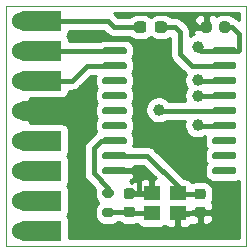
<source format=gbr>
%TF.GenerationSoftware,KiCad,Pcbnew,(5.1.9)-1*%
%TF.CreationDate,2021-06-01T13:49:10+02:00*%
%TF.ProjectId,17_CAN_Controller,31375f43-414e-45f4-936f-6e74726f6c6c,rev?*%
%TF.SameCoordinates,Original*%
%TF.FileFunction,Copper,L1,Top*%
%TF.FilePolarity,Positive*%
%FSLAX46Y46*%
G04 Gerber Fmt 4.6, Leading zero omitted, Abs format (unit mm)*
G04 Created by KiCad (PCBNEW (5.1.9)-1) date 2021-06-01 13:49:10*
%MOMM*%
%LPD*%
G01*
G04 APERTURE LIST*
%TA.AperFunction,Profile*%
%ADD10C,0.050000*%
%TD*%
%TA.AperFunction,ComponentPad*%
%ADD11C,1.524000*%
%TD*%
%TA.AperFunction,ComponentPad*%
%ADD12C,0.100000*%
%TD*%
%TA.AperFunction,SMDPad,CuDef*%
%ADD13R,1.400000X1.200000*%
%TD*%
%TA.AperFunction,ViaPad*%
%ADD14C,1.000000*%
%TD*%
%TA.AperFunction,Conductor*%
%ADD15C,0.400000*%
%TD*%
%TA.AperFunction,Conductor*%
%ADD16C,0.254000*%
%TD*%
%TA.AperFunction,Conductor*%
%ADD17C,0.100000*%
%TD*%
G04 APERTURE END LIST*
D10*
X100330000Y-82550000D02*
X120650000Y-82550000D01*
X100330000Y-62230000D02*
X101600000Y-62230000D01*
X100330000Y-64770000D02*
X100330000Y-62230000D01*
X100330000Y-72390000D02*
X100330000Y-67310000D01*
X120650000Y-62230000D02*
X120650000Y-82550000D01*
X101600000Y-62230000D02*
X120650000Y-62230000D01*
X100330000Y-80010000D02*
X100330000Y-82550000D01*
X100330000Y-64770000D02*
X100330000Y-67310000D01*
X100330000Y-80010000D02*
X100330000Y-72390000D01*
D11*
%TO.P,J2,1*%
%TO.N,CAN_RX*%
X101600000Y-68580000D03*
%TA.AperFunction,ComponentPad*%
D12*
G36*
X101928132Y-69429917D02*
G01*
X101845251Y-69424703D01*
X101763275Y-69411425D01*
X101682986Y-69390212D01*
X101605149Y-69361265D01*
X101530509Y-69324861D01*
X101459778Y-69281346D01*
X101393631Y-69231138D01*
X101332698Y-69174714D01*
X101277563Y-69112613D01*
X101228750Y-69045429D01*
X101186727Y-68973802D01*
X101151894Y-68898416D01*
X101124583Y-68819990D01*
X101105056Y-68739274D01*
X101093498Y-68657038D01*
X101090021Y-68574066D01*
X101094656Y-68491151D01*
X101107361Y-68409084D01*
X101128013Y-68328648D01*
X101156416Y-68250612D01*
X101192299Y-68175719D01*
X101235318Y-68104686D01*
X101285064Y-68038190D01*
X101341061Y-67976865D01*
X101402775Y-67921297D01*
X101469617Y-67872017D01*
X101540949Y-67829495D01*
X101616090Y-67794136D01*
X101694323Y-67766278D01*
X101774901Y-67746188D01*
X101857055Y-67734057D01*
X101940000Y-67730000D01*
X104990000Y-67730000D01*
X104990000Y-69430000D01*
X101940000Y-69430000D01*
X101928132Y-69429917D01*
G37*
%TD.AperFunction*%
%TD*%
D11*
%TO.P,J3,1*%
%TO.N,GND*%
X101600000Y-71120000D03*
%TA.AperFunction,ComponentPad*%
D12*
G36*
X101928132Y-71969917D02*
G01*
X101845251Y-71964703D01*
X101763275Y-71951425D01*
X101682986Y-71930212D01*
X101605149Y-71901265D01*
X101530509Y-71864861D01*
X101459778Y-71821346D01*
X101393631Y-71771138D01*
X101332698Y-71714714D01*
X101277563Y-71652613D01*
X101228750Y-71585429D01*
X101186727Y-71513802D01*
X101151894Y-71438416D01*
X101124583Y-71359990D01*
X101105056Y-71279274D01*
X101093498Y-71197038D01*
X101090021Y-71114066D01*
X101094656Y-71031151D01*
X101107361Y-70949084D01*
X101128013Y-70868648D01*
X101156416Y-70790612D01*
X101192299Y-70715719D01*
X101235318Y-70644686D01*
X101285064Y-70578190D01*
X101341061Y-70516865D01*
X101402775Y-70461297D01*
X101469617Y-70412017D01*
X101540949Y-70369495D01*
X101616090Y-70334136D01*
X101694323Y-70306278D01*
X101774901Y-70286188D01*
X101857055Y-70274057D01*
X101940000Y-70270000D01*
X104990000Y-70270000D01*
X104990000Y-71970000D01*
X101940000Y-71970000D01*
X101928132Y-71969917D01*
G37*
%TD.AperFunction*%
%TD*%
D11*
%TO.P,J5,1*%
%TO.N,5V*%
X101600000Y-63500000D03*
%TA.AperFunction,ComponentPad*%
D12*
G36*
X101928132Y-64349917D02*
G01*
X101845251Y-64344703D01*
X101763275Y-64331425D01*
X101682986Y-64310212D01*
X101605149Y-64281265D01*
X101530509Y-64244861D01*
X101459778Y-64201346D01*
X101393631Y-64151138D01*
X101332698Y-64094714D01*
X101277563Y-64032613D01*
X101228750Y-63965429D01*
X101186727Y-63893802D01*
X101151894Y-63818416D01*
X101124583Y-63739990D01*
X101105056Y-63659274D01*
X101093498Y-63577038D01*
X101090021Y-63494066D01*
X101094656Y-63411151D01*
X101107361Y-63329084D01*
X101128013Y-63248648D01*
X101156416Y-63170612D01*
X101192299Y-63095719D01*
X101235318Y-63024686D01*
X101285064Y-62958190D01*
X101341061Y-62896865D01*
X101402775Y-62841297D01*
X101469617Y-62792017D01*
X101540949Y-62749495D01*
X101616090Y-62714136D01*
X101694323Y-62686278D01*
X101774901Y-62666188D01*
X101857055Y-62654057D01*
X101940000Y-62650000D01*
X104990000Y-62650000D01*
X104990000Y-64350000D01*
X101940000Y-64350000D01*
X101928132Y-64349917D01*
G37*
%TD.AperFunction*%
%TD*%
D11*
%TO.P,J1,1*%
%TO.N,CAN_TX*%
X101600000Y-66040000D03*
%TA.AperFunction,ComponentPad*%
D12*
G36*
X101928132Y-66889917D02*
G01*
X101845251Y-66884703D01*
X101763275Y-66871425D01*
X101682986Y-66850212D01*
X101605149Y-66821265D01*
X101530509Y-66784861D01*
X101459778Y-66741346D01*
X101393631Y-66691138D01*
X101332698Y-66634714D01*
X101277563Y-66572613D01*
X101228750Y-66505429D01*
X101186727Y-66433802D01*
X101151894Y-66358416D01*
X101124583Y-66279990D01*
X101105056Y-66199274D01*
X101093498Y-66117038D01*
X101090021Y-66034066D01*
X101094656Y-65951151D01*
X101107361Y-65869084D01*
X101128013Y-65788648D01*
X101156416Y-65710612D01*
X101192299Y-65635719D01*
X101235318Y-65564686D01*
X101285064Y-65498190D01*
X101341061Y-65436865D01*
X101402775Y-65381297D01*
X101469617Y-65332017D01*
X101540949Y-65289495D01*
X101616090Y-65254136D01*
X101694323Y-65226278D01*
X101774901Y-65206188D01*
X101857055Y-65194057D01*
X101940000Y-65190000D01*
X104990000Y-65190000D01*
X104990000Y-66890000D01*
X101940000Y-66890000D01*
X101928132Y-66889917D01*
G37*
%TD.AperFunction*%
%TD*%
%TO.P,R2,2*%
%TO.N,5V*%
%TA.AperFunction,SMDPad,CuDef*%
G36*
G01*
X112190000Y-63802500D02*
X112190000Y-64277500D01*
G75*
G02*
X111952500Y-64515000I-237500J0D01*
G01*
X111377500Y-64515000D01*
G75*
G02*
X111140000Y-64277500I0J237500D01*
G01*
X111140000Y-63802500D01*
G75*
G02*
X111377500Y-63565000I237500J0D01*
G01*
X111952500Y-63565000D01*
G75*
G02*
X112190000Y-63802500I0J-237500D01*
G01*
G37*
%TD.AperFunction*%
%TO.P,R2,1*%
%TO.N,Net-(R2-Pad1)*%
%TA.AperFunction,SMDPad,CuDef*%
G36*
G01*
X113940000Y-63802500D02*
X113940000Y-64277500D01*
G75*
G02*
X113702500Y-64515000I-237500J0D01*
G01*
X113127500Y-64515000D01*
G75*
G02*
X112890000Y-64277500I0J237500D01*
G01*
X112890000Y-63802500D01*
G75*
G02*
X113127500Y-63565000I237500J0D01*
G01*
X113702500Y-63565000D01*
G75*
G02*
X113940000Y-63802500I0J-237500D01*
G01*
G37*
%TD.AperFunction*%
%TD*%
D11*
%TO.P,J8,1*%
%TO.N,MISO*%
X101600000Y-78740000D03*
%TA.AperFunction,ComponentPad*%
D12*
G36*
X101928132Y-79589917D02*
G01*
X101845251Y-79584703D01*
X101763275Y-79571425D01*
X101682986Y-79550212D01*
X101605149Y-79521265D01*
X101530509Y-79484861D01*
X101459778Y-79441346D01*
X101393631Y-79391138D01*
X101332698Y-79334714D01*
X101277563Y-79272613D01*
X101228750Y-79205429D01*
X101186727Y-79133802D01*
X101151894Y-79058416D01*
X101124583Y-78979990D01*
X101105056Y-78899274D01*
X101093498Y-78817038D01*
X101090021Y-78734066D01*
X101094656Y-78651151D01*
X101107361Y-78569084D01*
X101128013Y-78488648D01*
X101156416Y-78410612D01*
X101192299Y-78335719D01*
X101235318Y-78264686D01*
X101285064Y-78198190D01*
X101341061Y-78136865D01*
X101402775Y-78081297D01*
X101469617Y-78032017D01*
X101540949Y-77989495D01*
X101616090Y-77954136D01*
X101694323Y-77926278D01*
X101774901Y-77906188D01*
X101857055Y-77894057D01*
X101940000Y-77890000D01*
X104990000Y-77890000D01*
X104990000Y-79590000D01*
X101940000Y-79590000D01*
X101928132Y-79589917D01*
G37*
%TD.AperFunction*%
%TD*%
%TO.P,C1,2*%
%TO.N,GND*%
%TA.AperFunction,SMDPad,CuDef*%
G36*
G01*
X117715000Y-63790000D02*
X117715000Y-64290000D01*
G75*
G02*
X117490000Y-64515000I-225000J0D01*
G01*
X117040000Y-64515000D01*
G75*
G02*
X116815000Y-64290000I0J225000D01*
G01*
X116815000Y-63790000D01*
G75*
G02*
X117040000Y-63565000I225000J0D01*
G01*
X117490000Y-63565000D01*
G75*
G02*
X117715000Y-63790000I0J-225000D01*
G01*
G37*
%TD.AperFunction*%
%TO.P,C1,1*%
%TO.N,5V*%
%TA.AperFunction,SMDPad,CuDef*%
G36*
G01*
X119265000Y-63790000D02*
X119265000Y-64290000D01*
G75*
G02*
X119040000Y-64515000I-225000J0D01*
G01*
X118590000Y-64515000D01*
G75*
G02*
X118365000Y-64290000I0J225000D01*
G01*
X118365000Y-63790000D01*
G75*
G02*
X118590000Y-63565000I225000J0D01*
G01*
X119040000Y-63565000D01*
G75*
G02*
X119265000Y-63790000I0J-225000D01*
G01*
G37*
%TD.AperFunction*%
%TD*%
D11*
%TO.P,J9,1*%
%TO.N,SCK*%
X101600000Y-81280000D03*
%TA.AperFunction,ComponentPad*%
D12*
G36*
X101928132Y-82129917D02*
G01*
X101845251Y-82124703D01*
X101763275Y-82111425D01*
X101682986Y-82090212D01*
X101605149Y-82061265D01*
X101530509Y-82024861D01*
X101459778Y-81981346D01*
X101393631Y-81931138D01*
X101332698Y-81874714D01*
X101277563Y-81812613D01*
X101228750Y-81745429D01*
X101186727Y-81673802D01*
X101151894Y-81598416D01*
X101124583Y-81519990D01*
X101105056Y-81439274D01*
X101093498Y-81357038D01*
X101090021Y-81274066D01*
X101094656Y-81191151D01*
X101107361Y-81109084D01*
X101128013Y-81028648D01*
X101156416Y-80950612D01*
X101192299Y-80875719D01*
X101235318Y-80804686D01*
X101285064Y-80738190D01*
X101341061Y-80676865D01*
X101402775Y-80621297D01*
X101469617Y-80572017D01*
X101540949Y-80529495D01*
X101616090Y-80494136D01*
X101694323Y-80466278D01*
X101774901Y-80446188D01*
X101857055Y-80434057D01*
X101940000Y-80430000D01*
X104990000Y-80430000D01*
X104990000Y-82130000D01*
X101940000Y-82130000D01*
X101928132Y-82129917D01*
G37*
%TD.AperFunction*%
%TD*%
%TO.P,C2,2*%
%TO.N,Net-(C2-Pad2)*%
%TA.AperFunction,SMDPad,CuDef*%
G36*
G01*
X110490000Y-79240000D02*
X110990000Y-79240000D01*
G75*
G02*
X111215000Y-79465000I0J-225000D01*
G01*
X111215000Y-79915000D01*
G75*
G02*
X110990000Y-80140000I-225000J0D01*
G01*
X110490000Y-80140000D01*
G75*
G02*
X110265000Y-79915000I0J225000D01*
G01*
X110265000Y-79465000D01*
G75*
G02*
X110490000Y-79240000I225000J0D01*
G01*
G37*
%TD.AperFunction*%
%TO.P,C2,1*%
%TO.N,GND*%
%TA.AperFunction,SMDPad,CuDef*%
G36*
G01*
X110490000Y-77690000D02*
X110990000Y-77690000D01*
G75*
G02*
X111215000Y-77915000I0J-225000D01*
G01*
X111215000Y-78365000D01*
G75*
G02*
X110990000Y-78590000I-225000J0D01*
G01*
X110490000Y-78590000D01*
G75*
G02*
X110265000Y-78365000I0J225000D01*
G01*
X110265000Y-77915000D01*
G75*
G02*
X110490000Y-77690000I225000J0D01*
G01*
G37*
%TD.AperFunction*%
%TD*%
%TO.P,C3,2*%
%TO.N,GND*%
%TA.AperFunction,SMDPad,CuDef*%
G36*
G01*
X116490000Y-79265000D02*
X116990000Y-79265000D01*
G75*
G02*
X117215000Y-79490000I0J-225000D01*
G01*
X117215000Y-79940000D01*
G75*
G02*
X116990000Y-80165000I-225000J0D01*
G01*
X116490000Y-80165000D01*
G75*
G02*
X116265000Y-79940000I0J225000D01*
G01*
X116265000Y-79490000D01*
G75*
G02*
X116490000Y-79265000I225000J0D01*
G01*
G37*
%TD.AperFunction*%
%TO.P,C3,1*%
%TO.N,Net-(C3-Pad1)*%
%TA.AperFunction,SMDPad,CuDef*%
G36*
G01*
X116490000Y-77715000D02*
X116990000Y-77715000D01*
G75*
G02*
X117215000Y-77940000I0J-225000D01*
G01*
X117215000Y-78390000D01*
G75*
G02*
X116990000Y-78615000I-225000J0D01*
G01*
X116490000Y-78615000D01*
G75*
G02*
X116265000Y-78390000I0J225000D01*
G01*
X116265000Y-77940000D01*
G75*
G02*
X116490000Y-77715000I225000J0D01*
G01*
G37*
%TD.AperFunction*%
%TD*%
D11*
%TO.P,J6,1*%
%TO.N,CS*%
X101600000Y-73660000D03*
%TA.AperFunction,ComponentPad*%
D12*
G36*
X101928132Y-74509917D02*
G01*
X101845251Y-74504703D01*
X101763275Y-74491425D01*
X101682986Y-74470212D01*
X101605149Y-74441265D01*
X101530509Y-74404861D01*
X101459778Y-74361346D01*
X101393631Y-74311138D01*
X101332698Y-74254714D01*
X101277563Y-74192613D01*
X101228750Y-74125429D01*
X101186727Y-74053802D01*
X101151894Y-73978416D01*
X101124583Y-73899990D01*
X101105056Y-73819274D01*
X101093498Y-73737038D01*
X101090021Y-73654066D01*
X101094656Y-73571151D01*
X101107361Y-73489084D01*
X101128013Y-73408648D01*
X101156416Y-73330612D01*
X101192299Y-73255719D01*
X101235318Y-73184686D01*
X101285064Y-73118190D01*
X101341061Y-73056865D01*
X101402775Y-73001297D01*
X101469617Y-72952017D01*
X101540949Y-72909495D01*
X101616090Y-72874136D01*
X101694323Y-72846278D01*
X101774901Y-72826188D01*
X101857055Y-72814057D01*
X101940000Y-72810000D01*
X104990000Y-72810000D01*
X104990000Y-74510000D01*
X101940000Y-74510000D01*
X101928132Y-74509917D01*
G37*
%TD.AperFunction*%
%TD*%
D11*
%TO.P,J7,1*%
%TO.N,MOSI*%
X101600000Y-76200000D03*
%TA.AperFunction,ComponentPad*%
D12*
G36*
X101928132Y-77049917D02*
G01*
X101845251Y-77044703D01*
X101763275Y-77031425D01*
X101682986Y-77010212D01*
X101605149Y-76981265D01*
X101530509Y-76944861D01*
X101459778Y-76901346D01*
X101393631Y-76851138D01*
X101332698Y-76794714D01*
X101277563Y-76732613D01*
X101228750Y-76665429D01*
X101186727Y-76593802D01*
X101151894Y-76518416D01*
X101124583Y-76439990D01*
X101105056Y-76359274D01*
X101093498Y-76277038D01*
X101090021Y-76194066D01*
X101094656Y-76111151D01*
X101107361Y-76029084D01*
X101128013Y-75948648D01*
X101156416Y-75870612D01*
X101192299Y-75795719D01*
X101235318Y-75724686D01*
X101285064Y-75658190D01*
X101341061Y-75596865D01*
X101402775Y-75541297D01*
X101469617Y-75492017D01*
X101540949Y-75449495D01*
X101616090Y-75414136D01*
X101694323Y-75386278D01*
X101774901Y-75366188D01*
X101857055Y-75354057D01*
X101940000Y-75350000D01*
X104990000Y-75350000D01*
X104990000Y-77050000D01*
X101940000Y-77050000D01*
X101928132Y-77049917D01*
G37*
%TD.AperFunction*%
%TD*%
%TO.P,R1,2*%
%TO.N,Net-(C2-Pad2)*%
%TA.AperFunction,SMDPad,CuDef*%
G36*
G01*
X108665000Y-79340000D02*
X109215000Y-79340000D01*
G75*
G02*
X109415000Y-79540000I0J-200000D01*
G01*
X109415000Y-79940000D01*
G75*
G02*
X109215000Y-80140000I-200000J0D01*
G01*
X108665000Y-80140000D01*
G75*
G02*
X108465000Y-79940000I0J200000D01*
G01*
X108465000Y-79540000D01*
G75*
G02*
X108665000Y-79340000I200000J0D01*
G01*
G37*
%TD.AperFunction*%
%TO.P,R1,1*%
%TO.N,Net-(R1-Pad1)*%
%TA.AperFunction,SMDPad,CuDef*%
G36*
G01*
X108665000Y-77690000D02*
X109215000Y-77690000D01*
G75*
G02*
X109415000Y-77890000I0J-200000D01*
G01*
X109415000Y-78290000D01*
G75*
G02*
X109215000Y-78490000I-200000J0D01*
G01*
X108665000Y-78490000D01*
G75*
G02*
X108465000Y-78290000I0J200000D01*
G01*
X108465000Y-77890000D01*
G75*
G02*
X108665000Y-77690000I200000J0D01*
G01*
G37*
%TD.AperFunction*%
%TD*%
%TO.P,U1,18*%
%TO.N,5V*%
%TA.AperFunction,SMDPad,CuDef*%
G36*
G01*
X117765000Y-66190000D02*
X117765000Y-65890000D01*
G75*
G02*
X117915000Y-65740000I150000J0D01*
G01*
X119665000Y-65740000D01*
G75*
G02*
X119815000Y-65890000I0J-150000D01*
G01*
X119815000Y-66190000D01*
G75*
G02*
X119665000Y-66340000I-150000J0D01*
G01*
X117915000Y-66340000D01*
G75*
G02*
X117765000Y-66190000I0J150000D01*
G01*
G37*
%TD.AperFunction*%
%TO.P,U1,17*%
%TO.N,Net-(R2-Pad1)*%
%TA.AperFunction,SMDPad,CuDef*%
G36*
G01*
X117765000Y-67460000D02*
X117765000Y-67160000D01*
G75*
G02*
X117915000Y-67010000I150000J0D01*
G01*
X119665000Y-67010000D01*
G75*
G02*
X119815000Y-67160000I0J-150000D01*
G01*
X119815000Y-67460000D01*
G75*
G02*
X119665000Y-67610000I-150000J0D01*
G01*
X117915000Y-67610000D01*
G75*
G02*
X117765000Y-67460000I0J150000D01*
G01*
G37*
%TD.AperFunction*%
%TO.P,U1,16*%
%TO.N,CS*%
%TA.AperFunction,SMDPad,CuDef*%
G36*
G01*
X117765000Y-68730000D02*
X117765000Y-68430000D01*
G75*
G02*
X117915000Y-68280000I150000J0D01*
G01*
X119665000Y-68280000D01*
G75*
G02*
X119815000Y-68430000I0J-150000D01*
G01*
X119815000Y-68730000D01*
G75*
G02*
X119665000Y-68880000I-150000J0D01*
G01*
X117915000Y-68880000D01*
G75*
G02*
X117765000Y-68730000I0J150000D01*
G01*
G37*
%TD.AperFunction*%
%TO.P,U1,15*%
%TO.N,MISO*%
%TA.AperFunction,SMDPad,CuDef*%
G36*
G01*
X117765000Y-70000000D02*
X117765000Y-69700000D01*
G75*
G02*
X117915000Y-69550000I150000J0D01*
G01*
X119665000Y-69550000D01*
G75*
G02*
X119815000Y-69700000I0J-150000D01*
G01*
X119815000Y-70000000D01*
G75*
G02*
X119665000Y-70150000I-150000J0D01*
G01*
X117915000Y-70150000D01*
G75*
G02*
X117765000Y-70000000I0J150000D01*
G01*
G37*
%TD.AperFunction*%
%TO.P,U1,14*%
%TO.N,MOSI*%
%TA.AperFunction,SMDPad,CuDef*%
G36*
G01*
X117765000Y-71270000D02*
X117765000Y-70970000D01*
G75*
G02*
X117915000Y-70820000I150000J0D01*
G01*
X119665000Y-70820000D01*
G75*
G02*
X119815000Y-70970000I0J-150000D01*
G01*
X119815000Y-71270000D01*
G75*
G02*
X119665000Y-71420000I-150000J0D01*
G01*
X117915000Y-71420000D01*
G75*
G02*
X117765000Y-71270000I0J150000D01*
G01*
G37*
%TD.AperFunction*%
%TO.P,U1,13*%
%TO.N,SCK*%
%TA.AperFunction,SMDPad,CuDef*%
G36*
G01*
X117765000Y-72540000D02*
X117765000Y-72240000D01*
G75*
G02*
X117915000Y-72090000I150000J0D01*
G01*
X119665000Y-72090000D01*
G75*
G02*
X119815000Y-72240000I0J-150000D01*
G01*
X119815000Y-72540000D01*
G75*
G02*
X119665000Y-72690000I-150000J0D01*
G01*
X117915000Y-72690000D01*
G75*
G02*
X117765000Y-72540000I0J150000D01*
G01*
G37*
%TD.AperFunction*%
%TO.P,U1,12*%
%TO.N,Net-(U1-Pad12)*%
%TA.AperFunction,SMDPad,CuDef*%
G36*
G01*
X117765000Y-73810000D02*
X117765000Y-73510000D01*
G75*
G02*
X117915000Y-73360000I150000J0D01*
G01*
X119665000Y-73360000D01*
G75*
G02*
X119815000Y-73510000I0J-150000D01*
G01*
X119815000Y-73810000D01*
G75*
G02*
X119665000Y-73960000I-150000J0D01*
G01*
X117915000Y-73960000D01*
G75*
G02*
X117765000Y-73810000I0J150000D01*
G01*
G37*
%TD.AperFunction*%
%TO.P,U1,11*%
%TO.N,Net-(U1-Pad11)*%
%TA.AperFunction,SMDPad,CuDef*%
G36*
G01*
X117765000Y-75080000D02*
X117765000Y-74780000D01*
G75*
G02*
X117915000Y-74630000I150000J0D01*
G01*
X119665000Y-74630000D01*
G75*
G02*
X119815000Y-74780000I0J-150000D01*
G01*
X119815000Y-75080000D01*
G75*
G02*
X119665000Y-75230000I-150000J0D01*
G01*
X117915000Y-75230000D01*
G75*
G02*
X117765000Y-75080000I0J150000D01*
G01*
G37*
%TD.AperFunction*%
%TO.P,U1,10*%
%TO.N,Net-(U1-Pad10)*%
%TA.AperFunction,SMDPad,CuDef*%
G36*
G01*
X117765000Y-76350000D02*
X117765000Y-76050000D01*
G75*
G02*
X117915000Y-75900000I150000J0D01*
G01*
X119665000Y-75900000D01*
G75*
G02*
X119815000Y-76050000I0J-150000D01*
G01*
X119815000Y-76350000D01*
G75*
G02*
X119665000Y-76500000I-150000J0D01*
G01*
X117915000Y-76500000D01*
G75*
G02*
X117765000Y-76350000I0J150000D01*
G01*
G37*
%TD.AperFunction*%
%TO.P,U1,9*%
%TO.N,GND*%
%TA.AperFunction,SMDPad,CuDef*%
G36*
G01*
X108465000Y-76350000D02*
X108465000Y-76050000D01*
G75*
G02*
X108615000Y-75900000I150000J0D01*
G01*
X110365000Y-75900000D01*
G75*
G02*
X110515000Y-76050000I0J-150000D01*
G01*
X110515000Y-76350000D01*
G75*
G02*
X110365000Y-76500000I-150000J0D01*
G01*
X108615000Y-76500000D01*
G75*
G02*
X108465000Y-76350000I0J150000D01*
G01*
G37*
%TD.AperFunction*%
%TO.P,U1,8*%
%TO.N,Net-(C3-Pad1)*%
%TA.AperFunction,SMDPad,CuDef*%
G36*
G01*
X108465000Y-75080000D02*
X108465000Y-74780000D01*
G75*
G02*
X108615000Y-74630000I150000J0D01*
G01*
X110365000Y-74630000D01*
G75*
G02*
X110515000Y-74780000I0J-150000D01*
G01*
X110515000Y-75080000D01*
G75*
G02*
X110365000Y-75230000I-150000J0D01*
G01*
X108615000Y-75230000D01*
G75*
G02*
X108465000Y-75080000I0J150000D01*
G01*
G37*
%TD.AperFunction*%
%TO.P,U1,7*%
%TO.N,Net-(R1-Pad1)*%
%TA.AperFunction,SMDPad,CuDef*%
G36*
G01*
X108465000Y-73810000D02*
X108465000Y-73510000D01*
G75*
G02*
X108615000Y-73360000I150000J0D01*
G01*
X110365000Y-73360000D01*
G75*
G02*
X110515000Y-73510000I0J-150000D01*
G01*
X110515000Y-73810000D01*
G75*
G02*
X110365000Y-73960000I-150000J0D01*
G01*
X108615000Y-73960000D01*
G75*
G02*
X108465000Y-73810000I0J150000D01*
G01*
G37*
%TD.AperFunction*%
%TO.P,U1,6*%
%TO.N,Net-(U1-Pad6)*%
%TA.AperFunction,SMDPad,CuDef*%
G36*
G01*
X108465000Y-72540000D02*
X108465000Y-72240000D01*
G75*
G02*
X108615000Y-72090000I150000J0D01*
G01*
X110365000Y-72090000D01*
G75*
G02*
X110515000Y-72240000I0J-150000D01*
G01*
X110515000Y-72540000D01*
G75*
G02*
X110365000Y-72690000I-150000J0D01*
G01*
X108615000Y-72690000D01*
G75*
G02*
X108465000Y-72540000I0J150000D01*
G01*
G37*
%TD.AperFunction*%
%TO.P,U1,5*%
%TO.N,Net-(U1-Pad5)*%
%TA.AperFunction,SMDPad,CuDef*%
G36*
G01*
X108465000Y-71270000D02*
X108465000Y-70970000D01*
G75*
G02*
X108615000Y-70820000I150000J0D01*
G01*
X110365000Y-70820000D01*
G75*
G02*
X110515000Y-70970000I0J-150000D01*
G01*
X110515000Y-71270000D01*
G75*
G02*
X110365000Y-71420000I-150000J0D01*
G01*
X108615000Y-71420000D01*
G75*
G02*
X108465000Y-71270000I0J150000D01*
G01*
G37*
%TD.AperFunction*%
%TO.P,U1,4*%
%TO.N,Net-(U1-Pad4)*%
%TA.AperFunction,SMDPad,CuDef*%
G36*
G01*
X108465000Y-70000000D02*
X108465000Y-69700000D01*
G75*
G02*
X108615000Y-69550000I150000J0D01*
G01*
X110365000Y-69550000D01*
G75*
G02*
X110515000Y-69700000I0J-150000D01*
G01*
X110515000Y-70000000D01*
G75*
G02*
X110365000Y-70150000I-150000J0D01*
G01*
X108615000Y-70150000D01*
G75*
G02*
X108465000Y-70000000I0J150000D01*
G01*
G37*
%TD.AperFunction*%
%TO.P,U1,3*%
%TO.N,Net-(U1-Pad3)*%
%TA.AperFunction,SMDPad,CuDef*%
G36*
G01*
X108465000Y-68730000D02*
X108465000Y-68430000D01*
G75*
G02*
X108615000Y-68280000I150000J0D01*
G01*
X110365000Y-68280000D01*
G75*
G02*
X110515000Y-68430000I0J-150000D01*
G01*
X110515000Y-68730000D01*
G75*
G02*
X110365000Y-68880000I-150000J0D01*
G01*
X108615000Y-68880000D01*
G75*
G02*
X108465000Y-68730000I0J150000D01*
G01*
G37*
%TD.AperFunction*%
%TO.P,U1,2*%
%TO.N,CAN_RX*%
%TA.AperFunction,SMDPad,CuDef*%
G36*
G01*
X108465000Y-67460000D02*
X108465000Y-67160000D01*
G75*
G02*
X108615000Y-67010000I150000J0D01*
G01*
X110365000Y-67010000D01*
G75*
G02*
X110515000Y-67160000I0J-150000D01*
G01*
X110515000Y-67460000D01*
G75*
G02*
X110365000Y-67610000I-150000J0D01*
G01*
X108615000Y-67610000D01*
G75*
G02*
X108465000Y-67460000I0J150000D01*
G01*
G37*
%TD.AperFunction*%
%TO.P,U1,1*%
%TO.N,CAN_TX*%
%TA.AperFunction,SMDPad,CuDef*%
G36*
G01*
X108465000Y-66190000D02*
X108465000Y-65890000D01*
G75*
G02*
X108615000Y-65740000I150000J0D01*
G01*
X110365000Y-65740000D01*
G75*
G02*
X110515000Y-65890000I0J-150000D01*
G01*
X110515000Y-66190000D01*
G75*
G02*
X110365000Y-66340000I-150000J0D01*
G01*
X108615000Y-66340000D01*
G75*
G02*
X108465000Y-66190000I0J150000D01*
G01*
G37*
%TD.AperFunction*%
%TD*%
D13*
%TO.P,Y1,1*%
%TO.N,Net-(C3-Pad1)*%
X114840000Y-78090000D03*
%TO.P,Y1,2*%
%TO.N,GND*%
X112640000Y-78090000D03*
%TO.P,Y1,3*%
%TO.N,Net-(C2-Pad2)*%
X112640000Y-79790000D03*
%TO.P,Y1,4*%
%TO.N,GND*%
X114840000Y-79790000D03*
%TD*%
D14*
%TO.N,GND*%
X116740000Y-81040000D03*
X115840000Y-63340000D03*
X111590000Y-76590000D03*
X106540000Y-74840000D03*
X106540000Y-77540000D03*
X106540000Y-80140000D03*
%TO.N,5V*%
X116540000Y-65740000D03*
%TO.N,CS*%
X116540000Y-68540000D03*
%TO.N,MOSI*%
X113240000Y-71040000D03*
%TO.N,MISO*%
X116540000Y-69840000D03*
%TO.N,SCK*%
X116540000Y-72340000D03*
%TD*%
D15*
%TO.N,GND*%
X116665000Y-79790000D02*
X116740000Y-79715000D01*
X114840000Y-79790000D02*
X116665000Y-79790000D01*
X110790000Y-78090000D02*
X110740000Y-78140000D01*
X109490000Y-76200000D02*
X111200000Y-76200000D01*
X111590000Y-76590000D02*
X111590000Y-78090000D01*
X111200000Y-76200000D02*
X111590000Y-76590000D01*
X111590000Y-78090000D02*
X110790000Y-78090000D01*
X112640000Y-78090000D02*
X111590000Y-78090000D01*
X116740000Y-79715000D02*
X116740000Y-81040000D01*
X115840000Y-63340000D02*
X116540000Y-64040000D01*
X116540000Y-64040000D02*
X117265000Y-64040000D01*
X104140000Y-71120000D02*
X105820000Y-71120000D01*
X106540000Y-71840000D02*
X106540000Y-74840000D01*
X105820000Y-71120000D02*
X106540000Y-71840000D01*
X106540000Y-74840000D02*
X106540000Y-77540000D01*
X106540000Y-77540000D02*
X106540000Y-80140000D01*
%TO.N,5V*%
X104140000Y-63500000D02*
X108900000Y-63500000D01*
X109440000Y-64040000D02*
X111665000Y-64040000D01*
X108900000Y-63500000D02*
X109440000Y-64040000D01*
X116840000Y-66040000D02*
X116540000Y-65740000D01*
X118790000Y-66040000D02*
X116840000Y-66040000D01*
X118815000Y-64040000D02*
X119440000Y-64040000D01*
X119440000Y-64040000D02*
X120040000Y-64640000D01*
X120040000Y-64640000D02*
X120040000Y-65940000D01*
X119940000Y-66040000D02*
X118790000Y-66040000D01*
X120040000Y-65940000D02*
X119940000Y-66040000D01*
%TO.N,CAN_TX*%
X109490000Y-66040000D02*
X104140000Y-66040000D01*
%TO.N,CAN_RX*%
X109490000Y-67310000D02*
X107170000Y-67310000D01*
X105900000Y-68580000D02*
X104140000Y-68580000D01*
X107170000Y-67310000D02*
X105900000Y-68580000D01*
%TO.N,Net-(C2-Pad2)*%
X110840000Y-79790000D02*
X110740000Y-79690000D01*
X112640000Y-79790000D02*
X110840000Y-79790000D01*
X108990000Y-79690000D02*
X108940000Y-79740000D01*
X110740000Y-79690000D02*
X108990000Y-79690000D01*
%TO.N,Net-(C3-Pad1)*%
X114915000Y-78165000D02*
X114840000Y-78090000D01*
X116740000Y-78165000D02*
X114915000Y-78165000D01*
X114840000Y-77520000D02*
X112250000Y-74930000D01*
X114840000Y-78090000D02*
X114840000Y-77520000D01*
X109490000Y-74930000D02*
X112250000Y-74930000D01*
%TO.N,CS*%
X116580000Y-68580000D02*
X116540000Y-68540000D01*
X118790000Y-68580000D02*
X116580000Y-68580000D01*
%TO.N,MOSI*%
X113320000Y-71120000D02*
X113240000Y-71040000D01*
X118790000Y-71120000D02*
X113320000Y-71120000D01*
%TO.N,MISO*%
X116550000Y-69850000D02*
X116540000Y-69840000D01*
X118790000Y-69850000D02*
X116550000Y-69850000D01*
%TO.N,SCK*%
X116590000Y-72390000D02*
X116540000Y-72340000D01*
X118790000Y-72390000D02*
X116590000Y-72390000D01*
%TO.N,Net-(R1-Pad1)*%
X108940000Y-77640000D02*
X108940000Y-78090000D01*
X107720000Y-76420000D02*
X108940000Y-77640000D01*
X107720000Y-74320000D02*
X107720000Y-76420000D01*
X108380000Y-73660000D02*
X107720000Y-74320000D01*
X109490000Y-73660000D02*
X108380000Y-73660000D01*
%TO.N,Net-(R2-Pad1)*%
X118790000Y-67310000D02*
X116010000Y-67310000D01*
X116010000Y-67310000D02*
X115040000Y-66340000D01*
X115040000Y-66340000D02*
X115040000Y-64440000D01*
X114640000Y-64040000D02*
X113415000Y-64040000D01*
X115040000Y-64440000D02*
X114640000Y-64040000D01*
%TD*%
D16*
%TO.N,GND*%
X108820554Y-64601421D02*
X108846709Y-64633291D01*
X108973854Y-64737636D01*
X109118913Y-64815172D01*
X109276311Y-64862918D01*
X109398981Y-64875000D01*
X109398991Y-64875000D01*
X109439999Y-64879039D01*
X109481007Y-64875000D01*
X110740631Y-64875000D01*
X110758377Y-64896623D01*
X110891058Y-65005512D01*
X111042433Y-65086423D01*
X111206684Y-65136248D01*
X111377500Y-65153072D01*
X111952500Y-65153072D01*
X112123316Y-65136248D01*
X112287567Y-65086423D01*
X112438942Y-65005512D01*
X112540000Y-64922575D01*
X112641058Y-65005512D01*
X112792433Y-65086423D01*
X112956684Y-65136248D01*
X113127500Y-65153072D01*
X113702500Y-65153072D01*
X113873316Y-65136248D01*
X114037567Y-65086423D01*
X114188942Y-65005512D01*
X114205001Y-64992333D01*
X114205000Y-66298981D01*
X114200960Y-66340000D01*
X114205000Y-66381018D01*
X114217082Y-66503688D01*
X114264828Y-66661086D01*
X114342364Y-66806145D01*
X114446709Y-66933291D01*
X114478579Y-66959446D01*
X115390558Y-67871426D01*
X115416709Y-67903291D01*
X115525010Y-67992171D01*
X115535334Y-68000643D01*
X115534176Y-68002376D01*
X115448617Y-68208933D01*
X115405000Y-68428212D01*
X115405000Y-68651788D01*
X115448617Y-68871067D01*
X115534176Y-69077624D01*
X115609263Y-69190000D01*
X115534176Y-69302376D01*
X115448617Y-69508933D01*
X115405000Y-69728212D01*
X115405000Y-69951788D01*
X115448617Y-70171067D01*
X115495810Y-70285000D01*
X114090132Y-70285000D01*
X113963520Y-70158388D01*
X113777624Y-70034176D01*
X113571067Y-69948617D01*
X113351788Y-69905000D01*
X113128212Y-69905000D01*
X112908933Y-69948617D01*
X112702376Y-70034176D01*
X112516480Y-70158388D01*
X112358388Y-70316480D01*
X112234176Y-70502376D01*
X112148617Y-70708933D01*
X112105000Y-70928212D01*
X112105000Y-71151788D01*
X112148617Y-71371067D01*
X112234176Y-71577624D01*
X112358388Y-71763520D01*
X112516480Y-71921612D01*
X112702376Y-72045824D01*
X112908933Y-72131383D01*
X113128212Y-72175000D01*
X113351788Y-72175000D01*
X113571067Y-72131383D01*
X113777624Y-72045824D01*
X113913551Y-71955000D01*
X115470957Y-71955000D01*
X115448617Y-72008933D01*
X115405000Y-72228212D01*
X115405000Y-72451788D01*
X115448617Y-72671067D01*
X115534176Y-72877624D01*
X115658388Y-73063520D01*
X115816480Y-73221612D01*
X116002376Y-73345824D01*
X116208933Y-73431383D01*
X116428212Y-73475000D01*
X116651788Y-73475000D01*
X116871067Y-73431383D01*
X117077624Y-73345824D01*
X117162423Y-73289163D01*
X117142071Y-73356255D01*
X117126928Y-73510000D01*
X117126928Y-73810000D01*
X117142071Y-73963745D01*
X117186916Y-74111582D01*
X117259742Y-74247829D01*
X117298454Y-74295000D01*
X117259742Y-74342171D01*
X117186916Y-74478418D01*
X117142071Y-74626255D01*
X117126928Y-74780000D01*
X117126928Y-75080000D01*
X117142071Y-75233745D01*
X117186916Y-75381582D01*
X117259742Y-75517829D01*
X117298454Y-75565000D01*
X117259742Y-75612171D01*
X117186916Y-75748418D01*
X117142071Y-75896255D01*
X117126928Y-76050000D01*
X117126928Y-76350000D01*
X117142071Y-76503745D01*
X117186916Y-76651582D01*
X117259742Y-76787829D01*
X117357749Y-76907251D01*
X117477171Y-77005258D01*
X117613418Y-77078084D01*
X117761255Y-77122929D01*
X117915000Y-77138072D01*
X119665000Y-77138072D01*
X119818745Y-77122929D01*
X119966582Y-77078084D01*
X119990001Y-77065566D01*
X119990001Y-81890000D01*
X105628072Y-81890000D01*
X105628072Y-80430000D01*
X105615812Y-80305518D01*
X105579502Y-80185820D01*
X105520537Y-80075506D01*
X105466778Y-80010000D01*
X105520537Y-79944494D01*
X105579502Y-79834180D01*
X105615812Y-79714482D01*
X105628072Y-79590000D01*
X105628072Y-77890000D01*
X105615812Y-77765518D01*
X105579502Y-77645820D01*
X105520537Y-77535506D01*
X105466778Y-77470000D01*
X105520537Y-77404494D01*
X105579502Y-77294180D01*
X105615812Y-77174482D01*
X105628072Y-77050000D01*
X105628072Y-75350000D01*
X105615812Y-75225518D01*
X105579502Y-75105820D01*
X105520537Y-74995506D01*
X105466778Y-74930000D01*
X105520537Y-74864494D01*
X105579502Y-74754180D01*
X105615812Y-74634482D01*
X105628072Y-74510000D01*
X105628072Y-72810000D01*
X105615812Y-72685518D01*
X105579502Y-72565820D01*
X105520537Y-72455506D01*
X105441185Y-72358815D01*
X105344494Y-72279463D01*
X105234180Y-72220498D01*
X105114482Y-72184188D01*
X104990000Y-72171928D01*
X102361867Y-72171928D01*
X102385960Y-72085565D01*
X101600000Y-71299605D01*
X101585858Y-71313748D01*
X101406253Y-71134143D01*
X101420395Y-71120000D01*
X101779605Y-71120000D01*
X102565565Y-71905960D01*
X102805656Y-71838980D01*
X102922756Y-71589952D01*
X102989023Y-71322865D01*
X103001910Y-71047983D01*
X102960922Y-70775867D01*
X102867636Y-70516977D01*
X102805656Y-70401020D01*
X102565565Y-70334040D01*
X101779605Y-71120000D01*
X101420395Y-71120000D01*
X101406253Y-71105858D01*
X101585858Y-70926253D01*
X101600000Y-70940395D01*
X102385960Y-70154435D01*
X102361867Y-70068072D01*
X104990000Y-70068072D01*
X105114482Y-70055812D01*
X105234180Y-70019502D01*
X105344494Y-69960537D01*
X105441185Y-69881185D01*
X105520537Y-69784494D01*
X105579502Y-69674180D01*
X105615812Y-69554482D01*
X105628072Y-69430000D01*
X105628072Y-69415000D01*
X105858982Y-69415000D01*
X105900000Y-69419040D01*
X105941018Y-69415000D01*
X105941019Y-69415000D01*
X106063689Y-69402918D01*
X106221087Y-69355172D01*
X106366146Y-69277636D01*
X106493291Y-69173291D01*
X106519446Y-69141421D01*
X107515868Y-68145000D01*
X107881886Y-68145000D01*
X107842071Y-68276255D01*
X107826928Y-68430000D01*
X107826928Y-68730000D01*
X107842071Y-68883745D01*
X107886916Y-69031582D01*
X107959742Y-69167829D01*
X107998454Y-69215000D01*
X107959742Y-69262171D01*
X107886916Y-69398418D01*
X107842071Y-69546255D01*
X107826928Y-69700000D01*
X107826928Y-70000000D01*
X107842071Y-70153745D01*
X107886916Y-70301582D01*
X107959742Y-70437829D01*
X107998454Y-70485000D01*
X107959742Y-70532171D01*
X107886916Y-70668418D01*
X107842071Y-70816255D01*
X107826928Y-70970000D01*
X107826928Y-71270000D01*
X107842071Y-71423745D01*
X107886916Y-71571582D01*
X107959742Y-71707829D01*
X107998454Y-71755000D01*
X107959742Y-71802171D01*
X107886916Y-71938418D01*
X107842071Y-72086255D01*
X107826928Y-72240000D01*
X107826928Y-72540000D01*
X107842071Y-72693745D01*
X107886916Y-72841582D01*
X107943116Y-72946723D01*
X107913854Y-72962364D01*
X107818706Y-73040450D01*
X107786709Y-73066709D01*
X107760563Y-73098569D01*
X107158578Y-73700555D01*
X107126709Y-73726709D01*
X107022365Y-73853854D01*
X107022364Y-73853855D01*
X106944828Y-73998914D01*
X106897082Y-74156312D01*
X106880960Y-74320000D01*
X106885000Y-74361019D01*
X106885001Y-76378972D01*
X106880960Y-76420000D01*
X106897082Y-76583688D01*
X106944828Y-76741086D01*
X107010628Y-76864188D01*
X107022365Y-76886146D01*
X107126710Y-77013291D01*
X107158574Y-77039441D01*
X107843636Y-77724504D01*
X107843031Y-77726500D01*
X107826928Y-77890000D01*
X107826928Y-78290000D01*
X107843031Y-78453500D01*
X107890722Y-78610716D01*
X107968169Y-78755608D01*
X108072394Y-78882606D01*
X108111866Y-78915000D01*
X108072394Y-78947394D01*
X107968169Y-79074392D01*
X107890722Y-79219284D01*
X107843031Y-79376500D01*
X107826928Y-79540000D01*
X107826928Y-79940000D01*
X107843031Y-80103500D01*
X107890722Y-80260716D01*
X107968169Y-80405608D01*
X108072394Y-80532606D01*
X108199392Y-80636831D01*
X108344284Y-80714278D01*
X108501500Y-80761969D01*
X108665000Y-80778072D01*
X109215000Y-80778072D01*
X109378500Y-80761969D01*
X109535716Y-80714278D01*
X109680608Y-80636831D01*
X109807606Y-80532606D01*
X109813848Y-80525000D01*
X109879483Y-80525000D01*
X109879716Y-80525284D01*
X110010503Y-80632618D01*
X110159717Y-80712375D01*
X110321623Y-80761488D01*
X110490000Y-80778072D01*
X110990000Y-80778072D01*
X111158377Y-80761488D01*
X111320283Y-80712375D01*
X111376292Y-80682437D01*
X111409463Y-80744494D01*
X111488815Y-80841185D01*
X111585506Y-80920537D01*
X111695820Y-80979502D01*
X111815518Y-81015812D01*
X111940000Y-81028072D01*
X113340000Y-81028072D01*
X113464482Y-81015812D01*
X113584180Y-80979502D01*
X113694494Y-80920537D01*
X113740000Y-80883191D01*
X113785506Y-80920537D01*
X113895820Y-80979502D01*
X114015518Y-81015812D01*
X114140000Y-81028072D01*
X114554250Y-81025000D01*
X114713000Y-80866250D01*
X114713000Y-79917000D01*
X114967000Y-79917000D01*
X114967000Y-80866250D01*
X115125750Y-81025000D01*
X115540000Y-81028072D01*
X115664482Y-81015812D01*
X115784180Y-80979502D01*
X115894494Y-80920537D01*
X115991185Y-80841185D01*
X116054051Y-80764582D01*
X116140518Y-80790812D01*
X116265000Y-80803072D01*
X116454250Y-80800000D01*
X116613000Y-80641250D01*
X116613000Y-79842000D01*
X116867000Y-79842000D01*
X116867000Y-80641250D01*
X117025750Y-80800000D01*
X117215000Y-80803072D01*
X117339482Y-80790812D01*
X117459180Y-80754502D01*
X117569494Y-80695537D01*
X117666185Y-80616185D01*
X117745537Y-80519494D01*
X117804502Y-80409180D01*
X117840812Y-80289482D01*
X117853072Y-80165000D01*
X117850000Y-80000750D01*
X117691250Y-79842000D01*
X116867000Y-79842000D01*
X116613000Y-79842000D01*
X115788750Y-79842000D01*
X115713750Y-79917000D01*
X114967000Y-79917000D01*
X114713000Y-79917000D01*
X114693000Y-79917000D01*
X114693000Y-79663000D01*
X114713000Y-79663000D01*
X114713000Y-79643000D01*
X114967000Y-79643000D01*
X114967000Y-79663000D01*
X116016250Y-79663000D01*
X116091250Y-79588000D01*
X116613000Y-79588000D01*
X116613000Y-79568000D01*
X116867000Y-79568000D01*
X116867000Y-79588000D01*
X117691250Y-79588000D01*
X117850000Y-79429250D01*
X117853072Y-79265000D01*
X117840812Y-79140518D01*
X117804502Y-79020820D01*
X117745537Y-78910506D01*
X117709300Y-78866351D01*
X117787375Y-78720283D01*
X117836488Y-78558377D01*
X117853072Y-78390000D01*
X117853072Y-77940000D01*
X117836488Y-77771623D01*
X117787375Y-77609717D01*
X117707618Y-77460503D01*
X117600284Y-77329716D01*
X117469497Y-77222382D01*
X117320283Y-77142625D01*
X117158377Y-77093512D01*
X116990000Y-77076928D01*
X116490000Y-77076928D01*
X116321623Y-77093512D01*
X116159717Y-77142625D01*
X116093314Y-77178118D01*
X116070537Y-77135506D01*
X115991185Y-77038815D01*
X115894494Y-76959463D01*
X115784180Y-76900498D01*
X115664482Y-76864188D01*
X115540000Y-76851928D01*
X115352796Y-76851928D01*
X112869446Y-74368579D01*
X112843291Y-74336709D01*
X112716146Y-74232364D01*
X112571087Y-74154828D01*
X112413689Y-74107082D01*
X112291019Y-74095000D01*
X112291018Y-74095000D01*
X112250000Y-74090960D01*
X112208982Y-74095000D01*
X111098114Y-74095000D01*
X111137929Y-73963745D01*
X111153072Y-73810000D01*
X111153072Y-73510000D01*
X111137929Y-73356255D01*
X111093084Y-73208418D01*
X111020258Y-73072171D01*
X110981546Y-73025000D01*
X111020258Y-72977829D01*
X111093084Y-72841582D01*
X111137929Y-72693745D01*
X111153072Y-72540000D01*
X111153072Y-72240000D01*
X111137929Y-72086255D01*
X111093084Y-71938418D01*
X111020258Y-71802171D01*
X110981546Y-71755000D01*
X111020258Y-71707829D01*
X111093084Y-71571582D01*
X111137929Y-71423745D01*
X111153072Y-71270000D01*
X111153072Y-70970000D01*
X111137929Y-70816255D01*
X111093084Y-70668418D01*
X111020258Y-70532171D01*
X110981546Y-70485000D01*
X111020258Y-70437829D01*
X111093084Y-70301582D01*
X111137929Y-70153745D01*
X111153072Y-70000000D01*
X111153072Y-69700000D01*
X111137929Y-69546255D01*
X111093084Y-69398418D01*
X111020258Y-69262171D01*
X110981546Y-69215000D01*
X111020258Y-69167829D01*
X111093084Y-69031582D01*
X111137929Y-68883745D01*
X111153072Y-68730000D01*
X111153072Y-68430000D01*
X111137929Y-68276255D01*
X111093084Y-68128418D01*
X111020258Y-67992171D01*
X110981546Y-67945000D01*
X111020258Y-67897829D01*
X111093084Y-67761582D01*
X111137929Y-67613745D01*
X111153072Y-67460000D01*
X111153072Y-67160000D01*
X111137929Y-67006255D01*
X111093084Y-66858418D01*
X111020258Y-66722171D01*
X110981546Y-66675000D01*
X111020258Y-66627829D01*
X111093084Y-66491582D01*
X111137929Y-66343745D01*
X111153072Y-66190000D01*
X111153072Y-65890000D01*
X111137929Y-65736255D01*
X111093084Y-65588418D01*
X111020258Y-65452171D01*
X110922251Y-65332749D01*
X110802829Y-65234742D01*
X110666582Y-65161916D01*
X110518745Y-65117071D01*
X110365000Y-65101928D01*
X108615000Y-65101928D01*
X108461255Y-65117071D01*
X108313418Y-65161916D01*
X108232814Y-65205000D01*
X105628072Y-65205000D01*
X105628072Y-65190000D01*
X105615812Y-65065518D01*
X105579502Y-64945820D01*
X105520537Y-64835506D01*
X105466778Y-64770000D01*
X105520537Y-64704494D01*
X105579502Y-64594180D01*
X105615812Y-64474482D01*
X105628072Y-64350000D01*
X105628072Y-64335000D01*
X108554133Y-64335000D01*
X108820554Y-64601421D01*
%TA.AperFunction,Conductor*%
D17*
G36*
X108820554Y-64601421D02*
G01*
X108846709Y-64633291D01*
X108973854Y-64737636D01*
X109118913Y-64815172D01*
X109276311Y-64862918D01*
X109398981Y-64875000D01*
X109398991Y-64875000D01*
X109439999Y-64879039D01*
X109481007Y-64875000D01*
X110740631Y-64875000D01*
X110758377Y-64896623D01*
X110891058Y-65005512D01*
X111042433Y-65086423D01*
X111206684Y-65136248D01*
X111377500Y-65153072D01*
X111952500Y-65153072D01*
X112123316Y-65136248D01*
X112287567Y-65086423D01*
X112438942Y-65005512D01*
X112540000Y-64922575D01*
X112641058Y-65005512D01*
X112792433Y-65086423D01*
X112956684Y-65136248D01*
X113127500Y-65153072D01*
X113702500Y-65153072D01*
X113873316Y-65136248D01*
X114037567Y-65086423D01*
X114188942Y-65005512D01*
X114205001Y-64992333D01*
X114205000Y-66298981D01*
X114200960Y-66340000D01*
X114205000Y-66381018D01*
X114217082Y-66503688D01*
X114264828Y-66661086D01*
X114342364Y-66806145D01*
X114446709Y-66933291D01*
X114478579Y-66959446D01*
X115390558Y-67871426D01*
X115416709Y-67903291D01*
X115525010Y-67992171D01*
X115535334Y-68000643D01*
X115534176Y-68002376D01*
X115448617Y-68208933D01*
X115405000Y-68428212D01*
X115405000Y-68651788D01*
X115448617Y-68871067D01*
X115534176Y-69077624D01*
X115609263Y-69190000D01*
X115534176Y-69302376D01*
X115448617Y-69508933D01*
X115405000Y-69728212D01*
X115405000Y-69951788D01*
X115448617Y-70171067D01*
X115495810Y-70285000D01*
X114090132Y-70285000D01*
X113963520Y-70158388D01*
X113777624Y-70034176D01*
X113571067Y-69948617D01*
X113351788Y-69905000D01*
X113128212Y-69905000D01*
X112908933Y-69948617D01*
X112702376Y-70034176D01*
X112516480Y-70158388D01*
X112358388Y-70316480D01*
X112234176Y-70502376D01*
X112148617Y-70708933D01*
X112105000Y-70928212D01*
X112105000Y-71151788D01*
X112148617Y-71371067D01*
X112234176Y-71577624D01*
X112358388Y-71763520D01*
X112516480Y-71921612D01*
X112702376Y-72045824D01*
X112908933Y-72131383D01*
X113128212Y-72175000D01*
X113351788Y-72175000D01*
X113571067Y-72131383D01*
X113777624Y-72045824D01*
X113913551Y-71955000D01*
X115470957Y-71955000D01*
X115448617Y-72008933D01*
X115405000Y-72228212D01*
X115405000Y-72451788D01*
X115448617Y-72671067D01*
X115534176Y-72877624D01*
X115658388Y-73063520D01*
X115816480Y-73221612D01*
X116002376Y-73345824D01*
X116208933Y-73431383D01*
X116428212Y-73475000D01*
X116651788Y-73475000D01*
X116871067Y-73431383D01*
X117077624Y-73345824D01*
X117162423Y-73289163D01*
X117142071Y-73356255D01*
X117126928Y-73510000D01*
X117126928Y-73810000D01*
X117142071Y-73963745D01*
X117186916Y-74111582D01*
X117259742Y-74247829D01*
X117298454Y-74295000D01*
X117259742Y-74342171D01*
X117186916Y-74478418D01*
X117142071Y-74626255D01*
X117126928Y-74780000D01*
X117126928Y-75080000D01*
X117142071Y-75233745D01*
X117186916Y-75381582D01*
X117259742Y-75517829D01*
X117298454Y-75565000D01*
X117259742Y-75612171D01*
X117186916Y-75748418D01*
X117142071Y-75896255D01*
X117126928Y-76050000D01*
X117126928Y-76350000D01*
X117142071Y-76503745D01*
X117186916Y-76651582D01*
X117259742Y-76787829D01*
X117357749Y-76907251D01*
X117477171Y-77005258D01*
X117613418Y-77078084D01*
X117761255Y-77122929D01*
X117915000Y-77138072D01*
X119665000Y-77138072D01*
X119818745Y-77122929D01*
X119966582Y-77078084D01*
X119990001Y-77065566D01*
X119990001Y-81890000D01*
X105628072Y-81890000D01*
X105628072Y-80430000D01*
X105615812Y-80305518D01*
X105579502Y-80185820D01*
X105520537Y-80075506D01*
X105466778Y-80010000D01*
X105520537Y-79944494D01*
X105579502Y-79834180D01*
X105615812Y-79714482D01*
X105628072Y-79590000D01*
X105628072Y-77890000D01*
X105615812Y-77765518D01*
X105579502Y-77645820D01*
X105520537Y-77535506D01*
X105466778Y-77470000D01*
X105520537Y-77404494D01*
X105579502Y-77294180D01*
X105615812Y-77174482D01*
X105628072Y-77050000D01*
X105628072Y-75350000D01*
X105615812Y-75225518D01*
X105579502Y-75105820D01*
X105520537Y-74995506D01*
X105466778Y-74930000D01*
X105520537Y-74864494D01*
X105579502Y-74754180D01*
X105615812Y-74634482D01*
X105628072Y-74510000D01*
X105628072Y-72810000D01*
X105615812Y-72685518D01*
X105579502Y-72565820D01*
X105520537Y-72455506D01*
X105441185Y-72358815D01*
X105344494Y-72279463D01*
X105234180Y-72220498D01*
X105114482Y-72184188D01*
X104990000Y-72171928D01*
X102361867Y-72171928D01*
X102385960Y-72085565D01*
X101600000Y-71299605D01*
X101585858Y-71313748D01*
X101406253Y-71134143D01*
X101420395Y-71120000D01*
X101779605Y-71120000D01*
X102565565Y-71905960D01*
X102805656Y-71838980D01*
X102922756Y-71589952D01*
X102989023Y-71322865D01*
X103001910Y-71047983D01*
X102960922Y-70775867D01*
X102867636Y-70516977D01*
X102805656Y-70401020D01*
X102565565Y-70334040D01*
X101779605Y-71120000D01*
X101420395Y-71120000D01*
X101406253Y-71105858D01*
X101585858Y-70926253D01*
X101600000Y-70940395D01*
X102385960Y-70154435D01*
X102361867Y-70068072D01*
X104990000Y-70068072D01*
X105114482Y-70055812D01*
X105234180Y-70019502D01*
X105344494Y-69960537D01*
X105441185Y-69881185D01*
X105520537Y-69784494D01*
X105579502Y-69674180D01*
X105615812Y-69554482D01*
X105628072Y-69430000D01*
X105628072Y-69415000D01*
X105858982Y-69415000D01*
X105900000Y-69419040D01*
X105941018Y-69415000D01*
X105941019Y-69415000D01*
X106063689Y-69402918D01*
X106221087Y-69355172D01*
X106366146Y-69277636D01*
X106493291Y-69173291D01*
X106519446Y-69141421D01*
X107515868Y-68145000D01*
X107881886Y-68145000D01*
X107842071Y-68276255D01*
X107826928Y-68430000D01*
X107826928Y-68730000D01*
X107842071Y-68883745D01*
X107886916Y-69031582D01*
X107959742Y-69167829D01*
X107998454Y-69215000D01*
X107959742Y-69262171D01*
X107886916Y-69398418D01*
X107842071Y-69546255D01*
X107826928Y-69700000D01*
X107826928Y-70000000D01*
X107842071Y-70153745D01*
X107886916Y-70301582D01*
X107959742Y-70437829D01*
X107998454Y-70485000D01*
X107959742Y-70532171D01*
X107886916Y-70668418D01*
X107842071Y-70816255D01*
X107826928Y-70970000D01*
X107826928Y-71270000D01*
X107842071Y-71423745D01*
X107886916Y-71571582D01*
X107959742Y-71707829D01*
X107998454Y-71755000D01*
X107959742Y-71802171D01*
X107886916Y-71938418D01*
X107842071Y-72086255D01*
X107826928Y-72240000D01*
X107826928Y-72540000D01*
X107842071Y-72693745D01*
X107886916Y-72841582D01*
X107943116Y-72946723D01*
X107913854Y-72962364D01*
X107818706Y-73040450D01*
X107786709Y-73066709D01*
X107760563Y-73098569D01*
X107158578Y-73700555D01*
X107126709Y-73726709D01*
X107022365Y-73853854D01*
X107022364Y-73853855D01*
X106944828Y-73998914D01*
X106897082Y-74156312D01*
X106880960Y-74320000D01*
X106885000Y-74361019D01*
X106885001Y-76378972D01*
X106880960Y-76420000D01*
X106897082Y-76583688D01*
X106944828Y-76741086D01*
X107010628Y-76864188D01*
X107022365Y-76886146D01*
X107126710Y-77013291D01*
X107158574Y-77039441D01*
X107843636Y-77724504D01*
X107843031Y-77726500D01*
X107826928Y-77890000D01*
X107826928Y-78290000D01*
X107843031Y-78453500D01*
X107890722Y-78610716D01*
X107968169Y-78755608D01*
X108072394Y-78882606D01*
X108111866Y-78915000D01*
X108072394Y-78947394D01*
X107968169Y-79074392D01*
X107890722Y-79219284D01*
X107843031Y-79376500D01*
X107826928Y-79540000D01*
X107826928Y-79940000D01*
X107843031Y-80103500D01*
X107890722Y-80260716D01*
X107968169Y-80405608D01*
X108072394Y-80532606D01*
X108199392Y-80636831D01*
X108344284Y-80714278D01*
X108501500Y-80761969D01*
X108665000Y-80778072D01*
X109215000Y-80778072D01*
X109378500Y-80761969D01*
X109535716Y-80714278D01*
X109680608Y-80636831D01*
X109807606Y-80532606D01*
X109813848Y-80525000D01*
X109879483Y-80525000D01*
X109879716Y-80525284D01*
X110010503Y-80632618D01*
X110159717Y-80712375D01*
X110321623Y-80761488D01*
X110490000Y-80778072D01*
X110990000Y-80778072D01*
X111158377Y-80761488D01*
X111320283Y-80712375D01*
X111376292Y-80682437D01*
X111409463Y-80744494D01*
X111488815Y-80841185D01*
X111585506Y-80920537D01*
X111695820Y-80979502D01*
X111815518Y-81015812D01*
X111940000Y-81028072D01*
X113340000Y-81028072D01*
X113464482Y-81015812D01*
X113584180Y-80979502D01*
X113694494Y-80920537D01*
X113740000Y-80883191D01*
X113785506Y-80920537D01*
X113895820Y-80979502D01*
X114015518Y-81015812D01*
X114140000Y-81028072D01*
X114554250Y-81025000D01*
X114713000Y-80866250D01*
X114713000Y-79917000D01*
X114967000Y-79917000D01*
X114967000Y-80866250D01*
X115125750Y-81025000D01*
X115540000Y-81028072D01*
X115664482Y-81015812D01*
X115784180Y-80979502D01*
X115894494Y-80920537D01*
X115991185Y-80841185D01*
X116054051Y-80764582D01*
X116140518Y-80790812D01*
X116265000Y-80803072D01*
X116454250Y-80800000D01*
X116613000Y-80641250D01*
X116613000Y-79842000D01*
X116867000Y-79842000D01*
X116867000Y-80641250D01*
X117025750Y-80800000D01*
X117215000Y-80803072D01*
X117339482Y-80790812D01*
X117459180Y-80754502D01*
X117569494Y-80695537D01*
X117666185Y-80616185D01*
X117745537Y-80519494D01*
X117804502Y-80409180D01*
X117840812Y-80289482D01*
X117853072Y-80165000D01*
X117850000Y-80000750D01*
X117691250Y-79842000D01*
X116867000Y-79842000D01*
X116613000Y-79842000D01*
X115788750Y-79842000D01*
X115713750Y-79917000D01*
X114967000Y-79917000D01*
X114713000Y-79917000D01*
X114693000Y-79917000D01*
X114693000Y-79663000D01*
X114713000Y-79663000D01*
X114713000Y-79643000D01*
X114967000Y-79643000D01*
X114967000Y-79663000D01*
X116016250Y-79663000D01*
X116091250Y-79588000D01*
X116613000Y-79588000D01*
X116613000Y-79568000D01*
X116867000Y-79568000D01*
X116867000Y-79588000D01*
X117691250Y-79588000D01*
X117850000Y-79429250D01*
X117853072Y-79265000D01*
X117840812Y-79140518D01*
X117804502Y-79020820D01*
X117745537Y-78910506D01*
X117709300Y-78866351D01*
X117787375Y-78720283D01*
X117836488Y-78558377D01*
X117853072Y-78390000D01*
X117853072Y-77940000D01*
X117836488Y-77771623D01*
X117787375Y-77609717D01*
X117707618Y-77460503D01*
X117600284Y-77329716D01*
X117469497Y-77222382D01*
X117320283Y-77142625D01*
X117158377Y-77093512D01*
X116990000Y-77076928D01*
X116490000Y-77076928D01*
X116321623Y-77093512D01*
X116159717Y-77142625D01*
X116093314Y-77178118D01*
X116070537Y-77135506D01*
X115991185Y-77038815D01*
X115894494Y-76959463D01*
X115784180Y-76900498D01*
X115664482Y-76864188D01*
X115540000Y-76851928D01*
X115352796Y-76851928D01*
X112869446Y-74368579D01*
X112843291Y-74336709D01*
X112716146Y-74232364D01*
X112571087Y-74154828D01*
X112413689Y-74107082D01*
X112291019Y-74095000D01*
X112291018Y-74095000D01*
X112250000Y-74090960D01*
X112208982Y-74095000D01*
X111098114Y-74095000D01*
X111137929Y-73963745D01*
X111153072Y-73810000D01*
X111153072Y-73510000D01*
X111137929Y-73356255D01*
X111093084Y-73208418D01*
X111020258Y-73072171D01*
X110981546Y-73025000D01*
X111020258Y-72977829D01*
X111093084Y-72841582D01*
X111137929Y-72693745D01*
X111153072Y-72540000D01*
X111153072Y-72240000D01*
X111137929Y-72086255D01*
X111093084Y-71938418D01*
X111020258Y-71802171D01*
X110981546Y-71755000D01*
X111020258Y-71707829D01*
X111093084Y-71571582D01*
X111137929Y-71423745D01*
X111153072Y-71270000D01*
X111153072Y-70970000D01*
X111137929Y-70816255D01*
X111093084Y-70668418D01*
X111020258Y-70532171D01*
X110981546Y-70485000D01*
X111020258Y-70437829D01*
X111093084Y-70301582D01*
X111137929Y-70153745D01*
X111153072Y-70000000D01*
X111153072Y-69700000D01*
X111137929Y-69546255D01*
X111093084Y-69398418D01*
X111020258Y-69262171D01*
X110981546Y-69215000D01*
X111020258Y-69167829D01*
X111093084Y-69031582D01*
X111137929Y-68883745D01*
X111153072Y-68730000D01*
X111153072Y-68430000D01*
X111137929Y-68276255D01*
X111093084Y-68128418D01*
X111020258Y-67992171D01*
X110981546Y-67945000D01*
X111020258Y-67897829D01*
X111093084Y-67761582D01*
X111137929Y-67613745D01*
X111153072Y-67460000D01*
X111153072Y-67160000D01*
X111137929Y-67006255D01*
X111093084Y-66858418D01*
X111020258Y-66722171D01*
X110981546Y-66675000D01*
X111020258Y-66627829D01*
X111093084Y-66491582D01*
X111137929Y-66343745D01*
X111153072Y-66190000D01*
X111153072Y-65890000D01*
X111137929Y-65736255D01*
X111093084Y-65588418D01*
X111020258Y-65452171D01*
X110922251Y-65332749D01*
X110802829Y-65234742D01*
X110666582Y-65161916D01*
X110518745Y-65117071D01*
X110365000Y-65101928D01*
X108615000Y-65101928D01*
X108461255Y-65117071D01*
X108313418Y-65161916D01*
X108232814Y-65205000D01*
X105628072Y-65205000D01*
X105628072Y-65190000D01*
X105615812Y-65065518D01*
X105579502Y-64945820D01*
X105520537Y-64835506D01*
X105466778Y-64770000D01*
X105520537Y-64704494D01*
X105579502Y-64594180D01*
X105615812Y-64474482D01*
X105628072Y-64350000D01*
X105628072Y-64335000D01*
X108554133Y-64335000D01*
X108820554Y-64601421D01*
G37*
%TD.AperFunction*%
D16*
X112993629Y-76854497D02*
X112925750Y-76855000D01*
X112767000Y-77013750D01*
X112767000Y-77963000D01*
X112787000Y-77963000D01*
X112787000Y-78217000D01*
X112767000Y-78217000D01*
X112767000Y-78237000D01*
X112513000Y-78237000D01*
X112513000Y-78217000D01*
X111463750Y-78217000D01*
X111413750Y-78267000D01*
X110867000Y-78267000D01*
X110867000Y-78287000D01*
X110613000Y-78287000D01*
X110613000Y-78267000D01*
X110593000Y-78267000D01*
X110593000Y-78013000D01*
X110613000Y-78013000D01*
X110613000Y-77993000D01*
X110867000Y-77993000D01*
X110867000Y-78013000D01*
X111691250Y-78013000D01*
X111741250Y-77963000D01*
X112513000Y-77963000D01*
X112513000Y-77013750D01*
X112354250Y-76855000D01*
X111940000Y-76851928D01*
X111815518Y-76864188D01*
X111695820Y-76900498D01*
X111585506Y-76959463D01*
X111488815Y-77038815D01*
X111442376Y-77095401D01*
X111339482Y-77064188D01*
X111215000Y-77051928D01*
X111025750Y-77055000D01*
X110867002Y-77213748D01*
X110867002Y-77055000D01*
X110823728Y-77055000D01*
X110869494Y-77030537D01*
X110966185Y-76951185D01*
X111045537Y-76854494D01*
X111104502Y-76744180D01*
X111140812Y-76624482D01*
X111153072Y-76500000D01*
X111150000Y-76485750D01*
X110991250Y-76327000D01*
X109617000Y-76327000D01*
X109617000Y-76347000D01*
X109363000Y-76347000D01*
X109363000Y-76327000D01*
X109343000Y-76327000D01*
X109343000Y-76073000D01*
X109363000Y-76073000D01*
X109363000Y-76053000D01*
X109617000Y-76053000D01*
X109617000Y-76073000D01*
X110991250Y-76073000D01*
X111150000Y-75914250D01*
X111153072Y-75900000D01*
X111140812Y-75775518D01*
X111137621Y-75765000D01*
X111904133Y-75765000D01*
X112993629Y-76854497D01*
%TA.AperFunction,Conductor*%
D17*
G36*
X112993629Y-76854497D02*
G01*
X112925750Y-76855000D01*
X112767000Y-77013750D01*
X112767000Y-77963000D01*
X112787000Y-77963000D01*
X112787000Y-78217000D01*
X112767000Y-78217000D01*
X112767000Y-78237000D01*
X112513000Y-78237000D01*
X112513000Y-78217000D01*
X111463750Y-78217000D01*
X111413750Y-78267000D01*
X110867000Y-78267000D01*
X110867000Y-78287000D01*
X110613000Y-78287000D01*
X110613000Y-78267000D01*
X110593000Y-78267000D01*
X110593000Y-78013000D01*
X110613000Y-78013000D01*
X110613000Y-77993000D01*
X110867000Y-77993000D01*
X110867000Y-78013000D01*
X111691250Y-78013000D01*
X111741250Y-77963000D01*
X112513000Y-77963000D01*
X112513000Y-77013750D01*
X112354250Y-76855000D01*
X111940000Y-76851928D01*
X111815518Y-76864188D01*
X111695820Y-76900498D01*
X111585506Y-76959463D01*
X111488815Y-77038815D01*
X111442376Y-77095401D01*
X111339482Y-77064188D01*
X111215000Y-77051928D01*
X111025750Y-77055000D01*
X110867002Y-77213748D01*
X110867002Y-77055000D01*
X110823728Y-77055000D01*
X110869494Y-77030537D01*
X110966185Y-76951185D01*
X111045537Y-76854494D01*
X111104502Y-76744180D01*
X111140812Y-76624482D01*
X111153072Y-76500000D01*
X111150000Y-76485750D01*
X110991250Y-76327000D01*
X109617000Y-76327000D01*
X109617000Y-76347000D01*
X109363000Y-76347000D01*
X109363000Y-76327000D01*
X109343000Y-76327000D01*
X109343000Y-76073000D01*
X109363000Y-76073000D01*
X109363000Y-76053000D01*
X109617000Y-76053000D01*
X109617000Y-76073000D01*
X110991250Y-76073000D01*
X111150000Y-75914250D01*
X111153072Y-75900000D01*
X111140812Y-75775518D01*
X111137621Y-75765000D01*
X111904133Y-75765000D01*
X112993629Y-76854497D01*
G37*
%TD.AperFunction*%
D16*
X119990000Y-63411181D02*
X119906146Y-63342364D01*
X119761087Y-63264828D01*
X119706559Y-63248287D01*
X119650284Y-63179716D01*
X119519497Y-63072382D01*
X119370283Y-62992625D01*
X119208377Y-62943512D01*
X119040000Y-62926928D01*
X118590000Y-62926928D01*
X118421623Y-62943512D01*
X118259717Y-62992625D01*
X118113649Y-63070700D01*
X118069494Y-63034463D01*
X117959180Y-62975498D01*
X117839482Y-62939188D01*
X117715000Y-62926928D01*
X117550750Y-62930000D01*
X117392000Y-63088750D01*
X117392000Y-63913000D01*
X117412000Y-63913000D01*
X117412000Y-64167000D01*
X117392000Y-64167000D01*
X117392000Y-64187000D01*
X117138000Y-64187000D01*
X117138000Y-64167000D01*
X116338750Y-64167000D01*
X116180000Y-64325750D01*
X116176928Y-64515000D01*
X116189188Y-64639482D01*
X116193854Y-64654863D01*
X116002376Y-64734176D01*
X115875000Y-64819286D01*
X115875000Y-64481007D01*
X115879039Y-64439999D01*
X115875000Y-64398991D01*
X115875000Y-64398981D01*
X115862918Y-64276311D01*
X115815172Y-64118913D01*
X115737636Y-63973854D01*
X115633291Y-63846709D01*
X115601421Y-63820554D01*
X115345867Y-63565000D01*
X116176928Y-63565000D01*
X116180000Y-63754250D01*
X116338750Y-63913000D01*
X117138000Y-63913000D01*
X117138000Y-63088750D01*
X116979250Y-62930000D01*
X116815000Y-62926928D01*
X116690518Y-62939188D01*
X116570820Y-62975498D01*
X116460506Y-63034463D01*
X116363815Y-63113815D01*
X116284463Y-63210506D01*
X116225498Y-63320820D01*
X116189188Y-63440518D01*
X116176928Y-63565000D01*
X115345867Y-63565000D01*
X115259446Y-63478579D01*
X115233291Y-63446709D01*
X115106146Y-63342364D01*
X114961087Y-63264828D01*
X114803689Y-63217082D01*
X114681019Y-63205000D01*
X114681018Y-63205000D01*
X114640000Y-63200960D01*
X114598982Y-63205000D01*
X114339369Y-63205000D01*
X114321623Y-63183377D01*
X114188942Y-63074488D01*
X114037567Y-62993577D01*
X113873316Y-62943752D01*
X113702500Y-62926928D01*
X113127500Y-62926928D01*
X112956684Y-62943752D01*
X112792433Y-62993577D01*
X112641058Y-63074488D01*
X112540000Y-63157425D01*
X112438942Y-63074488D01*
X112287567Y-62993577D01*
X112123316Y-62943752D01*
X111952500Y-62926928D01*
X111377500Y-62926928D01*
X111206684Y-62943752D01*
X111042433Y-62993577D01*
X110891058Y-63074488D01*
X110758377Y-63183377D01*
X110740631Y-63205000D01*
X109785867Y-63205000D01*
X109519446Y-62938579D01*
X109493291Y-62906709D01*
X109472931Y-62890000D01*
X119990000Y-62890000D01*
X119990000Y-63411181D01*
%TA.AperFunction,Conductor*%
D17*
G36*
X119990000Y-63411181D02*
G01*
X119906146Y-63342364D01*
X119761087Y-63264828D01*
X119706559Y-63248287D01*
X119650284Y-63179716D01*
X119519497Y-63072382D01*
X119370283Y-62992625D01*
X119208377Y-62943512D01*
X119040000Y-62926928D01*
X118590000Y-62926928D01*
X118421623Y-62943512D01*
X118259717Y-62992625D01*
X118113649Y-63070700D01*
X118069494Y-63034463D01*
X117959180Y-62975498D01*
X117839482Y-62939188D01*
X117715000Y-62926928D01*
X117550750Y-62930000D01*
X117392000Y-63088750D01*
X117392000Y-63913000D01*
X117412000Y-63913000D01*
X117412000Y-64167000D01*
X117392000Y-64167000D01*
X117392000Y-64187000D01*
X117138000Y-64187000D01*
X117138000Y-64167000D01*
X116338750Y-64167000D01*
X116180000Y-64325750D01*
X116176928Y-64515000D01*
X116189188Y-64639482D01*
X116193854Y-64654863D01*
X116002376Y-64734176D01*
X115875000Y-64819286D01*
X115875000Y-64481007D01*
X115879039Y-64439999D01*
X115875000Y-64398991D01*
X115875000Y-64398981D01*
X115862918Y-64276311D01*
X115815172Y-64118913D01*
X115737636Y-63973854D01*
X115633291Y-63846709D01*
X115601421Y-63820554D01*
X115345867Y-63565000D01*
X116176928Y-63565000D01*
X116180000Y-63754250D01*
X116338750Y-63913000D01*
X117138000Y-63913000D01*
X117138000Y-63088750D01*
X116979250Y-62930000D01*
X116815000Y-62926928D01*
X116690518Y-62939188D01*
X116570820Y-62975498D01*
X116460506Y-63034463D01*
X116363815Y-63113815D01*
X116284463Y-63210506D01*
X116225498Y-63320820D01*
X116189188Y-63440518D01*
X116176928Y-63565000D01*
X115345867Y-63565000D01*
X115259446Y-63478579D01*
X115233291Y-63446709D01*
X115106146Y-63342364D01*
X114961087Y-63264828D01*
X114803689Y-63217082D01*
X114681019Y-63205000D01*
X114681018Y-63205000D01*
X114640000Y-63200960D01*
X114598982Y-63205000D01*
X114339369Y-63205000D01*
X114321623Y-63183377D01*
X114188942Y-63074488D01*
X114037567Y-62993577D01*
X113873316Y-62943752D01*
X113702500Y-62926928D01*
X113127500Y-62926928D01*
X112956684Y-62943752D01*
X112792433Y-62993577D01*
X112641058Y-63074488D01*
X112540000Y-63157425D01*
X112438942Y-63074488D01*
X112287567Y-62993577D01*
X112123316Y-62943752D01*
X111952500Y-62926928D01*
X111377500Y-62926928D01*
X111206684Y-62943752D01*
X111042433Y-62993577D01*
X110891058Y-63074488D01*
X110758377Y-63183377D01*
X110740631Y-63205000D01*
X109785867Y-63205000D01*
X109519446Y-62938579D01*
X109493291Y-62906709D01*
X109472931Y-62890000D01*
X119990000Y-62890000D01*
X119990000Y-63411181D01*
G37*
%TD.AperFunction*%
%TD*%
M02*

</source>
